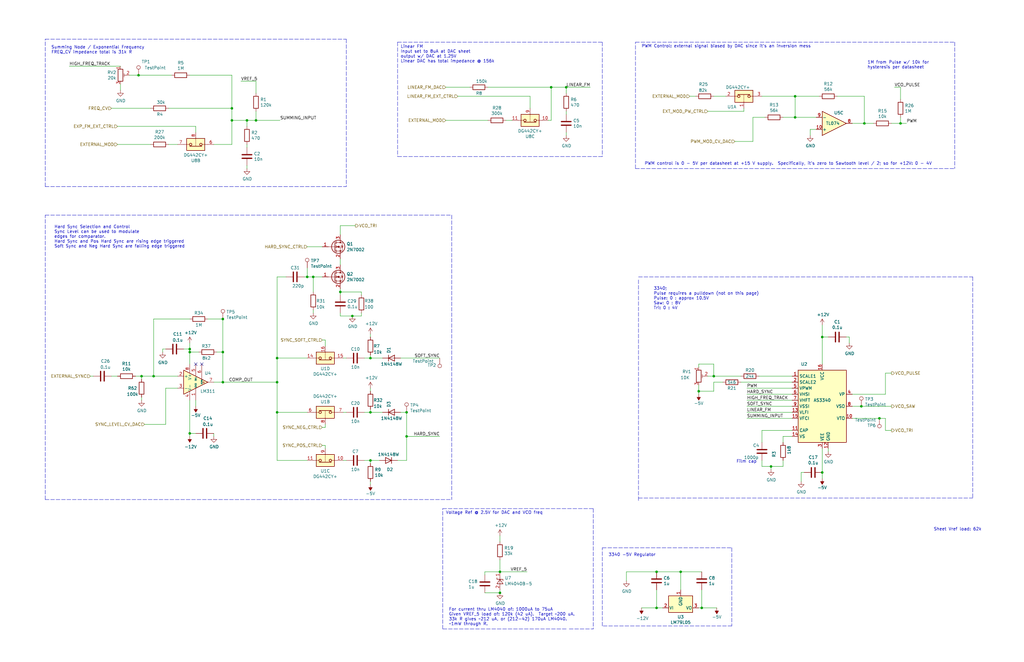
<source format=kicad_sch>
(kicad_sch (version 20230121) (generator eeschema)
  (paper "B")
  (title_block (title "Zoxnoxious 3340 Oscillator") (date "2024-07-15") (rev "0.8") (company "Zoxnoxious Engineering"))
  (lib_symbols
    (symbol "Amplifier_Operational:TL074" (pin_names (offset 0.127))
      (property "Reference" "U" (at 0 5.08 0))
      (property "Value" "TL074" (at 0 -5.08 0))
      (symbol "TL074_1_1"
        (pin output line (at 7.62 0 180) (length 2.54) (name "~") (number "1"))
        (pin input line (at -7.62 -2.54 0) (length 2.54) (name "-") (number "2"))
        (pin input line (at -7.62 2.54 0) (length 2.54) (name "+") (number "3"))
      )
      (symbol "TL074_2_1"
        (pin input line (at -7.62 2.54 0) (length 2.54) (name "+") (number "5"))
        (pin input line (at -7.62 -2.54 0) (length 2.54) (name "-") (number "6"))
        (pin output line (at 7.62 0 180) (length 2.54) (name "~") (number "7"))
      )
      (symbol "TL074_3_1"
        (pin input line (at -7.62 2.54 0) (length 2.54) (name "+") (number "10"))
        (pin output line (at 7.62 0 180) (length 2.54) (name "~") (number "8"))
        (pin input line (at -7.62 -2.54 0) (length 2.54) (name "-") (number "9"))
      )
      (symbol "TL074_4_1"
        (pin input line (at -7.62 2.54 0) (length 2.54) (name "+") (number "12"))
        (pin input line (at -7.62 -2.54 0) (length 2.54) (name "-") (number "13"))
        (pin output line (at 7.62 0 180) (length 2.54) (name "~") (number "14"))
      )
      (symbol "TL074_5_1"
        (pin power_in line (at -2.54 -7.62 90) (length 3.81) (name "V-") (number "11"))
        (pin power_in line (at -2.54 7.62 270) (length 3.81) (name "V+") (number "4"))
      )
    )
    (symbol "Analog_Switch:DG441xY" (pin_names (offset 0.254))
      (property "Reference" "U" (at -3.175 5.334 0))
      (property "Value" "DG441xY" (at -3.175 3.556 0))
      (symbol "DG441xY_1_1"
        (pin input line (at 0 -5.08 90) (length 2.54) (name "~") (number "1"))
        (pin passive line (at -7.62 0 0) (length 2.54) (name "~") (number "2"))
        (pin passive line (at 7.62 0 180) (length 2.54) (name "~") (number "3"))
      )
      (symbol "DG441xY_2_1"
        (pin passive line (at -7.62 0 0) (length 2.54) (name "~") (number "6"))
        (pin passive line (at 7.62 0 180) (length 2.54) (name "~") (number "7"))
        (pin input line (at 0 -5.08 90) (length 2.54) (name "~") (number "8"))
      )
      (symbol "DG441xY_3_1"
        (pin passive line (at -7.62 0 0) (length 2.54) (name "~") (number "10"))
        (pin passive line (at 7.62 0 180) (length 2.54) (name "~") (number "11"))
        (pin input line (at 0 -5.08 90) (length 2.54) (name "~") (number "9"))
      )
      (symbol "DG441xY_4_1"
        (pin passive line (at 7.62 0 180) (length 2.54) (name "~") (number "14"))
        (pin passive line (at -7.62 0 0) (length 2.54) (name "~") (number "15"))
        (pin input line (at 0 -5.08 90) (length 2.54) (name "~") (number "16"))
      )
      (symbol "DG441xY_5_0"
        (pin no_connect line (at 2.54 10.16 270) (length 2.54) hide (name "NC") (number "12"))
        (pin power_in line (at 0 12.7 270) (length 2.54) (name "V+") (number "13"))
        (pin power_in line (at 2.54 -12.7 90) (length 2.54) (name "V-") (number "4"))
        (pin power_in line (at 0 -12.7 90) (length 2.54) (name "GND") (number "5"))
      )
    )
    (symbol "Audio:AS3340"
      (property "Reference" "U" (at -5.08 17.78 0))
      (property "Value" "AS3340" (at 5.08 17.78 0))
      (symbol "AS3340_1_1"
        (pin input line (at -12.7 12.7 0) (length 2.54) (name "SCALE1") (number "1"))
        (pin output line (at 12.7 -5.08 180) (length 2.54) (name "VTO") (number "10"))
        (pin passive line (at -12.7 -10.16 0) (length 2.54) (name "CAP") (number "11"))
        (pin power_in line (at 2.54 -17.78 90) (length 2.54) (name "GND") (number "12"))
        (pin input line (at -12.7 -2.54 0) (length 2.54) (name "VLFI") (number "13"))
        (pin passive line (at -12.7 -12.7 0) (length 2.54) (name "VS") (number "14"))
        (pin input line (at -12.7 -5.08 0) (length 2.54) (name "VFCI") (number "15"))
        (pin power_in line (at 0 17.78 270) (length 2.54) (name "VCC") (number "16"))
        (pin input line (at -12.7 10.16 0) (length 2.54) (name "SCALE2") (number "2"))
        (pin power_in line (at 0 -17.78 90) (length 2.54) (name "VEE") (number "3"))
        (pin output line (at 12.7 5.08 180) (length 2.54) (name "VP") (number "4"))
        (pin input line (at -12.7 7.62 0) (length 2.54) (name "VPWM") (number "5"))
        (pin input line (at -12.7 5.08 0) (length 2.54) (name "VHSI") (number "6"))
        (pin input line (at -12.7 2.54 0) (length 2.54) (name "VHFT") (number "7"))
        (pin output line (at 12.7 0 180) (length 2.54) (name "VSO") (number "8"))
        (pin input line (at -12.7 0 0) (length 2.54) (name "VSSI") (number "9"))
      )
    )
    (symbol "Comparator:LM311" (pin_names (offset 0.127))
      (property "Reference" "U" (at 3.81 6.35 0))
      (property "Value" "LM311" (at 3.81 3.81 0))
      (symbol "LM311_1_1"
        (pin passive line (at 0 -7.62 90) (length 5.08) (name "GND") (number "1"))
        (pin input line (at -7.62 2.54 0) (length 2.54) (name "+") (number "2"))
        (pin input line (at -7.62 -2.54 0) (length 2.54) (name "-") (number "3"))
        (pin power_in line (at -2.54 -7.62 90) (length 3.81) (name "V-") (number "4"))
        (pin input line (at 0 7.62 270) (length 5.08) (name "BAL") (number "5"))
        (pin input line (at 2.54 7.62 270) (length 6.35) (name "STRB") (number "6"))
        (pin open_collector line (at 7.62 0 180) (length 2.54) (name "~") (number "7"))
        (pin power_in line (at -2.54 7.62 270) (length 3.81) (name "V+") (number "8"))
      )
    )
    (symbol "Connector:TestPoint" (pin_numbers hide) (pin_names (offset 0.762) hide)
      (property "Reference" "TP" (at 0 6.858 0))
      (property "Value" "TestPoint" (at 0 5.08 0))
      (symbol "TestPoint_1_1"
        (pin passive line (at 0 0 90) (length 2.54) (name "1") (number "1"))
      )
    )
    (symbol "Device:C" (pin_numbers hide) (pin_names (offset 0.254))
      (property "Reference" "C" (at 0.635 2.54 0))
      (property "Value" "C" (at 0.635 -2.54 0))
      (symbol "C_1_1"
        (pin passive line (at 0 3.81 270) (length 2.794) (name "~") (number "1"))
        (pin passive line (at 0 -3.81 90) (length 2.794) (name "~") (number "2"))
      )
    )
    (symbol "Device:R" (pin_numbers hide) (pin_names (offset 0))
      (property "Reference" "R" (at 2.032 0 90))
      (property "Value" "R" (at 0 0 90))
      (symbol "R_1_1"
        (pin passive line (at 0 3.81 270) (length 1.27) (name "~") (number "1"))
        (pin passive line (at 0 -3.81 90) (length 1.27) (name "~") (number "2"))
      )
    )
    (symbol "Diode:1N4148W" (pin_numbers hide) (pin_names hide)
      (property "Reference" "D" (at 0 2.54 0))
      (property "Value" "1N4148W" (at 0 -2.54 0))
      (symbol "1N4148W_1_1"
        (pin passive line (at -3.81 0 0) (length 2.54) (name "K") (number "1"))
        (pin passive line (at 3.81 0 180) (length 2.54) (name "A") (number "2"))
      )
    )
    (symbol "Reference_Voltage:LM4040DBZ-5" (pin_names (offset 0.0254) hide)
      (property "Reference" "U" (at 0 2.54 0))
      (property "Value" "LM4040DBZ-5" (at 0 -3.175 0))
      (symbol "LM4040DBZ-5_1_1"
        (pin passive line (at 3.81 0 180) (length 2.54) (name "K") (number "1"))
        (pin passive line (at -3.81 0 0) (length 2.54) (name "A") (number "2"))
      )
    )
    (symbol "Regulator_Linear:LM79L05_TO92" (pin_names (offset 0.254))
      (property "Reference" "U" (at -3.81 -3.175 0))
      (property "Value" "LM79L05_TO92" (at 0 -3.175 0))
      (symbol "LM79L05_TO92_1_1"
        (pin power_in line (at 0 7.62 270) (length 2.54) (name "GND") (number "1"))
        (pin power_in line (at -7.62 0 0) (length 2.54) (name "VI") (number "2"))
        (pin power_out line (at 7.62 0 180) (length 2.54) (name "VO") (number "3"))
      )
    )
    (symbol "Transistor_FET:2N7002" (pin_names hide)
      (property "Reference" "Q" (at 5.08 1.905 0))
      (property "Value" "2N7002" (at 5.08 0 0))
      (symbol "2N7002_1_1"
        (pin input line (at -5.08 0 0) (length 2.54) (name "G") (number "1"))
        (pin passive line (at 2.54 -5.08 90) (length 2.54) (name "S") (number "2"))
        (pin passive line (at 2.54 5.08 270) (length 2.54) (name "D") (number "3"))
      )
    )
    (symbol "power:+12V" (power) (pin_names (offset 0))
      (property "Value" "+12V" (at 0 3.556 0))
      (symbol "+12V_1_1"
        (pin power_in line (at 0 0 90) (length 0) hide (name "+12V") (number "1"))
      )
    )
    (symbol "power:-12V" (power) (pin_names (offset 0))
      (property "Value" "-12V" (at 0 3.81 0))
      (symbol "-12V_0_0"
        (pin power_in line (at 0 0 90) (length 0) hide (name "-12V") (number "1"))
      )
    )
    (symbol "power:-5V" (power) (pin_names (offset 0))
      (property "Value" "-5V" (at 0 3.81 0))
      (symbol "-5V_0_0"
        (pin power_in line (at 0 0 90) (length 0) hide (name "-5V") (number "1"))
      )
    )
    (symbol "power:GND" (power) (pin_names (offset 0))
      (property "Value" "GND" (at 0 -3.81 0))
      (symbol "GND_1_1"
        (pin power_in line (at 0 0 270) (length 0) hide (name "GND") (number "1"))
      )
    )
    (symbol "z3340:R_POT_TRIM-Device" (pin_names (offset 1.016) hide)
      (property "Reference" "RV" (at -4.445 0 90))
      (property "Value" "R_POT_TRIM-Device" (at -2.54 0 90))
      (symbol "R_POT_TRIM-Device_1_1"
        (pin passive line (at 0 3.81 270) (length 1.27) (name "1") (number "1"))
        (pin passive line (at 3.81 0 180) (length 1.27) (name "2") (number "2"))
        (pin passive line (at 0 -3.81 90) (length 1.27) (name "3") (number "3"))
      )
    )
  )
  (junction (at 80.01 182.88))
  (junction (at 287.02 241.3))
  (junction (at 379.73 52.07))
  (junction (at 107.95 50.8))
  (junction (at 80.01 148.59))
  (junction (at 129.54 116.84))
  (junction (at 346.71 199.39))
  (junction (at 276.86 241.3))
  (junction (at 156.21 173.99))
  (junction (at 335.28 40.64))
  (junction (at 232.41 36.83))
  (junction (at 143.51 123.19))
  (junction (at 238.76 36.83))
  (junction (at 93.98 148.59))
  (junction (at 93.98 161.29))
  (junction (at 93.98 134.62))
  (junction (at 148.59 133.35))
  (junction (at 370.84 176.53))
  (junction (at 335.28 49.53))
  (junction (at 97.79 45.72))
  (junction (at 294.64 165.1))
  (junction (at 171.45 173.99))
  (junction (at 300.99 158.75))
  (junction (at 364.49 52.07))
  (junction (at 171.45 184.15))
  (junction (at 59.69 158.75))
  (junction (at 346.71 142.24))
  (junction (at 97.79 50.8))
  (junction (at 58.42 31.75))
  (junction (at 210.82 250.19))
  (junction (at 64.77 158.75))
  (junction (at 104.14 50.8))
  (junction (at 295.91 256.54))
  (junction (at 210.82 241.3))
  (junction (at 116.84 151.13))
  (junction (at 156.21 194.31))
  (junction (at 116.84 173.99))
  (junction (at 276.86 256.54))
  (junction (at 116.84 161.29))
  (junction (at 156.21 151.13))
  (junction (at 363.22 171.45))
  (junction (at 325.12 196.85))
  (junction (at 132.08 116.84))
  (junction (at 80.01 147.32))
  (no_connect (at 85.09 153.67))
  (no_connect (at 82.55 153.67))
  (wire (pts (xy 156.21 204.47) (xy 156.21 203.2)))
  (wire (pts (xy 210.82 226.06) (xy 210.82 228.6)))
  (polyline (pts (xy 269.24 118.11) (xy 269.24 211.455)) (stroke (width 0) (type dash)))
  (wire (pts (xy 156.21 173.99) (xy 161.29 173.99)))
  (wire (pts (xy 143.51 95.25) (xy 149.86 95.25)))
  (wire (pts (xy 379.73 52.07) (xy 379.73 49.53)))
  (wire (pts (xy 204.47 242.57) (xy 204.47 241.3)))
  (polyline (pts (xy 410.21 116.84) (xy 410.21 210.185)) (stroke (width 0) (type dash)))
  (wire (pts (xy 294.64 256.54) (xy 295.91 256.54)))
  (wire (pts (xy 314.96 171.45) (xy 334.01 171.45)))
  (wire (pts (xy 120.65 116.84) (xy 116.84 116.84)))
  (wire (pts (xy 57.15 158.75) (xy 59.69 158.75)))
  (wire (pts (xy 330.2 184.15) (xy 330.2 186.69)))
  (wire (pts (xy 90.17 161.29) (xy 93.98 161.29)))
  (wire (pts (xy 171.45 173.99) (xy 171.45 184.15)))
  (wire (pts (xy 358.14 144.78) (xy 358.14 142.24)))
  (wire (pts (xy 46.99 158.75) (xy 49.53 158.75)))
  (wire (pts (xy 80.01 148.59) (xy 80.01 147.32)))
  (wire (pts (xy 50.8 35.56) (xy 50.8 38.1)))
  (wire (pts (xy 298.45 158.75) (xy 300.99 158.75)))
  (wire (pts (xy 213.36 50.8) (xy 215.9 50.8)))
  (polyline (pts (xy 267.97 17.78) (xy 402.59 17.78)) (stroke (width 0) (type dash)))
  (wire (pts (xy 330.2 49.53) (xy 335.28 49.53)))
  (wire (pts (xy 334.01 173.99) (xy 314.96 173.99)))
  (wire (pts (xy 300.99 40.64) (xy 306.07 40.64)))
  (polyline (pts (xy 19.05 78.74) (xy 19.05 16.51)) (stroke (width 0) (type dash)))
  (wire (pts (xy 295.91 241.3) (xy 287.02 241.3)))
  (wire (pts (xy 231.14 50.8) (xy 232.41 50.8)))
  (wire (pts (xy 223.52 40.64) (xy 223.52 45.72)))
  (wire (pts (xy 344.17 54.61) (xy 341.63 54.61)))
  (wire (pts (xy 294.64 153.67) (xy 300.99 153.67)))
  (wire (pts (xy 294.64 154.94) (xy 294.64 153.67)))
  (wire (pts (xy 80.01 148.59) (xy 80.01 153.67)))
  (wire (pts (xy 321.31 186.69) (xy 321.31 181.61)))
  (wire (pts (xy 153.67 151.13) (xy 156.21 151.13)))
  (wire (pts (xy 171.45 184.15) (xy 185.42 184.15)))
  (wire (pts (xy 80.01 168.91) (xy 80.01 182.88)))
  (polyline (pts (xy 254 264.16) (xy 254 231.14)) (stroke (width 0) (type dash)))
  (wire (pts (xy 68.58 147.32) (xy 69.85 147.32)))
  (wire (pts (xy 116.84 116.84) (xy 116.84 151.13)))
  (wire (pts (xy 375.92 52.07) (xy 379.73 52.07)))
  (wire (pts (xy 116.84 151.13) (xy 116.84 161.29)))
  (wire (pts (xy 314.96 168.91) (xy 334.01 168.91)))
  (wire (pts (xy 314.96 166.37) (xy 334.01 166.37)))
  (wire (pts (xy 270.51 256.54) (xy 276.86 256.54)))
  (wire (pts (xy 97.79 31.75) (xy 97.79 45.72)))
  (wire (pts (xy 132.08 123.19) (xy 132.08 116.84)))
  (polyline (pts (xy 190.5 90.805) (xy 190.5 210.82)) (stroke (width 0) (type dash)))
  (polyline (pts (xy 308.61 231.14) (xy 308.61 264.16)) (stroke (width 0) (type dash)))
  (wire (pts (xy 373.38 157.48) (xy 373.38 166.37)))
  (wire (pts (xy 71.12 45.72) (xy 97.79 45.72)))
  (wire (pts (xy 156.21 142.24) (xy 156.21 140.97)))
  (wire (pts (xy 156.21 165.1) (xy 156.21 163.83)))
  (polyline (pts (xy 167.64 17.78) (xy 254 17.78)) (stroke (width 0) (type dash)))
  (polyline (pts (xy 267.97 71.12) (xy 402.59 71.12)) (stroke (width 0) (type dash)))
  (wire (pts (xy 156.21 194.31) (xy 160.02 194.31)))
  (wire (pts (xy 210.82 236.22) (xy 210.82 241.3)))
  (wire (pts (xy 69.85 163.83) (xy 74.93 163.83)))
  (wire (pts (xy 210.82 248.92) (xy 210.82 250.19)))
  (wire (pts (xy 341.63 54.61) (xy 341.63 57.15)))
  (wire (pts (xy 321.31 40.64) (xy 335.28 40.64)))
  (wire (pts (xy 379.73 36.83) (xy 377.19 36.83)))
  (wire (pts (xy 238.76 36.83) (xy 248.92 36.83)))
  (wire (pts (xy 238.76 48.26) (xy 238.76 46.99)))
  (wire (pts (xy 321.31 181.61) (xy 334.01 181.61)))
  (wire (pts (xy 373.38 157.48) (xy 375.92 157.48)))
  (wire (pts (xy 116.84 173.99) (xy 116.84 194.31)))
  (polyline (pts (xy 267.97 71.12) (xy 267.97 17.78)) (stroke (width 0) (type dash)))
  (wire (pts (xy 58.42 31.75) (xy 72.39 31.75)))
  (wire (pts (xy 59.69 158.75) (xy 59.69 160.02)))
  (wire (pts (xy 64.77 134.62) (xy 80.01 134.62)))
  (wire (pts (xy 91.44 148.59) (xy 93.98 148.59)))
  (polyline (pts (xy 254 231.14) (xy 308.61 231.14)) (stroke (width 0) (type dash)))
  (wire (pts (xy 187.96 50.8) (xy 205.74 50.8)))
  (wire (pts (xy 137.16 189.23) (xy 137.16 187.96)))
  (wire (pts (xy 294.64 162.56) (xy 294.64 165.1)))
  (wire (pts (xy 379.73 52.07) (xy 382.27 52.07)))
  (wire (pts (xy 59.69 167.64) (xy 59.69 168.91)))
  (wire (pts (xy 238.76 36.83) (xy 238.76 39.37)))
  (polyline (pts (xy 19.05 210.82) (xy 19.05 90.805)) (stroke (width 0) (type dash)))
  (wire (pts (xy 152.4 124.46) (xy 152.4 123.19)))
  (wire (pts (xy 168.91 173.99) (xy 171.45 173.99)))
  (wire (pts (xy 143.51 95.25) (xy 143.51 99.06)))
  (wire (pts (xy 128.27 116.84) (xy 129.54 116.84)))
  (polyline (pts (xy 240.03 265.43) (xy 250.19 265.43)) (stroke (width 0) (type dash)))
  (wire (pts (xy 334.01 163.83) (xy 314.96 163.83)))
  (wire (pts (xy 205.74 36.83) (xy 232.41 36.83)))
  (wire (pts (xy 300.99 158.75) (xy 312.42 158.75)))
  (wire (pts (xy 64.77 134.62) (xy 64.77 158.75)))
  (polyline (pts (xy 254 17.78) (xy 254 66.04)) (stroke (width 0) (type dash)))
  (wire (pts (xy 330.2 194.31) (xy 330.2 196.85)))
  (wire (pts (xy 373.38 176.53) (xy 370.84 176.53)))
  (wire (pts (xy 137.16 143.51) (xy 135.89 143.51)))
  (wire (pts (xy 148.59 133.35) (xy 143.51 133.35)))
  (wire (pts (xy 168.91 151.13) (xy 185.42 151.13)))
  (wire (pts (xy 232.41 36.83) (xy 232.41 50.8)))
  (polyline (pts (xy 250.19 214.63) (xy 250.19 265.43)) (stroke (width 0) (type dash)))
  (wire (pts (xy 153.67 194.31) (xy 156.21 194.31)))
  (wire (pts (xy 156.21 195.58) (xy 156.21 194.31)))
  (wire (pts (xy 346.71 137.16) (xy 346.71 142.24)))
  (wire (pts (xy 59.69 158.75) (xy 64.77 158.75)))
  (wire (pts (xy 204.47 241.3) (xy 210.82 241.3)))
  (wire (pts (xy 146.05 151.13) (xy 144.78 151.13)))
  (polyline (pts (xy 146.05 16.51) (xy 146.05 78.74)) (stroke (width 0) (type dash)))
  (wire (pts (xy 152.4 133.35) (xy 148.59 133.35)))
  (wire (pts (xy 232.41 36.83) (xy 238.76 36.83)))
  (wire (pts (xy 80.01 31.75) (xy 97.79 31.75)))
  (wire (pts (xy 107.95 46.99) (xy 107.95 50.8)))
  (wire (pts (xy 337.82 199.39) (xy 339.09 199.39)))
  (wire (pts (xy 346.71 201.93) (xy 346.71 199.39)))
  (wire (pts (xy 156.21 149.86) (xy 156.21 151.13)))
  (wire (pts (xy 223.52 40.64) (xy 193.04 40.64)))
  (wire (pts (xy 132.08 130.81) (xy 132.08 132.08)))
  (wire (pts (xy 330.2 196.85) (xy 325.12 196.85)))
  (wire (pts (xy 264.16 241.3) (xy 264.16 245.11)))
  (wire (pts (xy 349.25 142.24) (xy 346.71 142.24)))
  (wire (pts (xy 38.1 158.75) (xy 39.37 158.75)))
  (wire (pts (xy 146.05 194.31) (xy 144.78 194.31)))
  (wire (pts (xy 46.99 45.72) (xy 63.5 45.72)))
  (wire (pts (xy 345.44 40.64) (xy 335.28 40.64)))
  (polyline (pts (xy 238.76 265.43) (xy 186.69 265.43)) (stroke (width 0) (type dash)))
  (wire (pts (xy 276.86 248.92) (xy 276.86 256.54)))
  (wire (pts (xy 238.76 55.88) (xy 238.76 57.15)))
  (wire (pts (xy 353.06 40.64) (xy 364.49 40.64)))
  (wire (pts (xy 104.14 53.34) (xy 104.14 50.8)))
  (wire (pts (xy 64.77 158.75) (xy 74.93 158.75)))
  (wire (pts (xy 104.14 69.85) (xy 104.14 71.12)))
  (polyline (pts (xy 186.69 265.43) (xy 186.69 214.63)) (stroke (width 0) (type dash)))
  (wire (pts (xy 143.51 121.92) (xy 143.51 123.19)))
  (wire (pts (xy 93.98 134.62) (xy 93.98 148.59)))
  (wire (pts (xy 298.45 46.99) (xy 313.69 46.99)))
  (wire (pts (xy 359.41 171.45) (xy 363.22 171.45)))
  (wire (pts (xy 60.96 179.07) (xy 69.85 179.07)))
  (wire (pts (xy 80.01 148.59) (xy 83.82 148.59)))
  (wire (pts (xy 330.2 184.15) (xy 334.01 184.15)))
  (polyline (pts (xy 254 66.04) (xy 167.64 66.04)) (stroke (width 0) (type dash)))
  (wire (pts (xy 370.84 176.53) (xy 359.41 176.53)))
  (wire (pts (xy 137.16 146.05) (xy 137.16 143.51)))
  (wire (pts (xy 204.47 250.19) (xy 210.82 250.19)))
  (wire (pts (xy 101.6 34.29) (xy 107.95 34.29)))
  (wire (pts (xy 80.01 182.88) (xy 80.01 184.15)))
  (wire (pts (xy 290.83 40.64) (xy 293.37 40.64)))
  (wire (pts (xy 295.91 256.54) (xy 302.26 256.54)))
  (wire (pts (xy 156.21 151.13) (xy 161.29 151.13)))
  (wire (pts (xy 68.58 148.59) (xy 68.58 147.32)))
  (wire (pts (xy 82.55 168.91) (xy 82.55 171.45)))
  (wire (pts (xy 93.98 148.59) (xy 93.98 161.29)))
  (polyline (pts (xy 19.05 16.51) (xy 146.05 16.51)) (stroke (width 0) (type dash)))
  (wire (pts (xy 334.01 176.53) (xy 314.96 176.53)))
  (wire (pts (xy 295.91 248.92) (xy 295.91 256.54)))
  (wire (pts (xy 143.51 109.22) (xy 143.51 111.76)))
  (wire (pts (xy 287.02 241.3) (xy 276.86 241.3)))
  (wire (pts (xy 364.49 52.07) (xy 368.3 52.07)))
  (wire (pts (xy 97.79 50.8) (xy 104.14 50.8)))
  (wire (pts (xy 152.4 132.08) (xy 152.4 133.35)))
  (wire (pts (xy 143.51 133.35) (xy 143.51 132.08)))
  (wire (pts (xy 317.5 59.69) (xy 317.5 49.53)))
  (wire (pts (xy 356.87 142.24) (xy 358.14 142.24)))
  (wire (pts (xy 137.16 180.34) (xy 135.89 180.34)))
  (wire (pts (xy 300.99 153.67) (xy 300.99 158.75)))
  (wire (pts (xy 300.99 161.29) (xy 300.99 165.1)))
  (wire (pts (xy 104.14 50.8) (xy 107.95 50.8)))
  (polyline (pts (xy 269.24 210.185) (xy 410.21 210.185)) (stroke (width 0) (type dash)))
  (wire (pts (xy 317.5 49.53) (xy 322.58 49.53)))
  (wire (pts (xy 29.21 27.94) (xy 50.8 27.94)))
  (wire (pts (xy 276.86 241.3) (xy 264.16 241.3)))
  (wire (pts (xy 82.55 53.34) (xy 82.55 55.88)))
  (polyline (pts (xy 167.64 17.78) (xy 167.64 66.04)) (stroke (width 0) (type dash)))
  (wire (pts (xy 80.01 182.88) (xy 82.55 182.88)))
  (wire (pts (xy 294.64 165.1) (xy 300.99 165.1)))
  (wire (pts (xy 129.54 104.14) (xy 135.89 104.14)))
  (wire (pts (xy 153.67 173.99) (xy 156.21 173.99)))
  (wire (pts (xy 49.53 53.34) (xy 82.55 53.34)))
  (wire (pts (xy 335.28 49.53) (xy 344.17 49.53)))
  (wire (pts (xy 321.31 194.31) (xy 321.31 196.85)))
  (wire (pts (xy 74.93 60.96) (xy 71.12 60.96)))
  (wire (pts (xy 137.16 187.96) (xy 135.89 187.96)))
  (wire (pts (xy 97.79 45.72) (xy 97.79 50.8)))
  (wire (pts (xy 129.54 116.84) (xy 132.08 116.84)))
  (wire (pts (xy 335.28 49.53) (xy 335.28 40.64)))
  (polyline (pts (xy 19.05 90.805) (xy 190.5 90.805)) (stroke (width 0) (type dash)))
  (wire (pts (xy 337.82 203.2) (xy 337.82 199.39)))
  (wire (pts (xy 276.86 256.54) (xy 279.4 256.54)))
  (wire (pts (xy 143.51 123.19) (xy 143.51 124.46)))
  (wire (pts (xy 373.38 181.61) (xy 373.38 176.53)))
  (polyline (pts (xy 186.69 214.63) (xy 250.19 214.63)) (stroke (width 0) (type dash)))
  (wire (pts (xy 129.54 113.03) (xy 129.54 116.84)))
  (wire (pts (xy 294.64 165.1) (xy 294.64 166.37)))
  (wire (pts (xy 313.69 46.99) (xy 313.69 45.72)))
  (wire (pts (xy 137.16 179.07) (xy 137.16 180.34)))
  (wire (pts (xy 116.84 173.99) (xy 129.54 173.99)))
  (wire (pts (xy 167.64 194.31) (xy 171.45 194.31)))
  (wire (pts (xy 346.71 189.23) (xy 346.71 199.39)))
  (wire (pts (xy 132.08 116.84) (xy 135.89 116.84)))
  (wire (pts (xy 373.38 181.61) (xy 375.92 181.61)))
  (polyline (pts (xy 269.24 116.84) (xy 410.21 116.84)) (stroke (width 0) (type dash)))
  (wire (pts (xy 320.04 158.75) (xy 334.01 158.75)))
  (wire (pts (xy 104.14 60.96) (xy 104.14 62.23)))
  (wire (pts (xy 287.02 248.92) (xy 287.02 241.3)))
  (wire (pts (xy 364.49 40.64) (xy 364.49 52.07)))
  (wire (pts (xy 309.88 59.69) (xy 317.5 59.69)))
  (wire (pts (xy 116.84 161.29) (xy 116.84 173.99)))
  (wire (pts (xy 349.25 189.23) (xy 349.25 190.5)))
  (wire (pts (xy 187.96 36.83) (xy 198.12 36.83)))
  (wire (pts (xy 116.84 194.31) (xy 129.54 194.31)))
  (wire (pts (xy 171.45 184.15) (xy 171.45 194.31)))
  (polyline (pts (xy 402.59 17.78) (xy 402.59 71.12)) (stroke (width 0) (type dash)))
  (wire (pts (xy 87.63 134.62) (xy 93.98 134.62)))
  (wire (pts (xy 312.42 161.29) (xy 334.01 161.29)))
  (wire (pts (xy 93.98 161.29) (xy 116.84 161.29)))
  (wire (pts (xy 346.71 142.24) (xy 346.71 153.67)))
  (wire (pts (xy 304.8 161.29) (xy 300.99 161.29)))
  (polyline (pts (xy 308.61 264.16) (xy 254 264.16)) (stroke (width 0) (type dash)))
  (polyline (pts (xy 19.05 210.82) (xy 190.5 210.82)) (stroke (width 0) (type dash)))
  (wire (pts (xy 325.12 196.85) (xy 325.12 198.12)))
  (wire (pts (xy 107.95 34.29) (xy 107.95 39.37)))
  (wire (pts (xy 373.38 166.37) (xy 359.41 166.37)))
  (wire (pts (xy 97.79 50.8) (xy 97.79 60.96)))
  (wire (pts (xy 107.95 50.8) (xy 118.11 50.8)))
  (polyline (pts (xy 19.05 78.74) (xy 146.05 78.74)) (stroke (width 0) (type dash)))
  (wire (pts (xy 379.73 41.91) (xy 379.73 36.83)))
  (wire (pts (xy 210.82 241.3) (xy 222.25 241.3)))
  (wire (pts (xy 116.84 151.13) (xy 129.54 151.13)))
  (wire (pts (xy 146.05 173.99) (xy 144.78 173.99)))
  (wire (pts (xy 364.49 52.07) (xy 359.41 52.07)))
  (wire (pts (xy 363.22 171.45) (xy 375.92 171.45)))
  (wire (pts (xy 63.5 60.96) (xy 49.53 60.96)))
  (wire (pts (xy 90.17 184.15) (xy 90.17 182.88)))
  (wire (pts (xy 152.4 123.19) (xy 143.51 123.19)))
  (wire (pts (xy 69.85 179.07) (xy 69.85 163.83)))
  (wire (pts (xy 156.21 172.72) (xy 156.21 173.99)))
  (wire (pts (xy 77.47 147.32) (xy 80.01 147.32)))
  (wire (pts (xy 54.61 31.75) (xy 58.42 31.75)))
  (wire (pts (xy 80.01 144.78) (xy 80.01 147.32)))
  (wire (pts (xy 321.31 196.85) (xy 325.12 196.85)))
  (wire (pts (xy 90.17 60.96) (xy 97.79 60.96)))
  (text "1M from Pulse w/ 10k for\nhysteresis per datasheet" (at 365.76 29.21 0) (effects (font (size 1.27 1.27)) (justify left bottom)))
  (text "Hard Sync Selection and Control\nSync Level can be used to modulate\nedges for comparator.\nHard Sync and Pos Hard Sync are rising edge triggered\nSoft Sync and Neg Hard Sync are falling edge triggered\n" (at 22.86 104.775 0) (effects (font (size 1.27 1.27)) (justify left bottom)))
  (text "3340;\nPulse requires a pulldown (not on this page)\nPulse: 0 : approx 10.5V\nSaw: 0 : 8V\nTri: 0 : 4V\n" (at 275.59 130.81 0) (effects (font (size 1.27 1.27)) (justify left bottom)))
  (text "For current thru LM4040 of: 1000uA to 75uA\nGiven VREF_5 load of: 120k (42 uA).  Target ~200 uA.\n33k R gives ~212 uA, or (212-42) 170uA LM4040.\n~1mW through R.\n" (at 189.23 264.16 0) (effects (font (size 1.27 1.27)) (justify left bottom)))
  (text "PWM Control: external signal biased by DAC since it’s an inversion mess" (at 270.51 20.32 0) (effects (font (size 1.27 1.27)) (justify left bottom)))
  (text "3340 -5V Regulator" (at 256.54 234.95 0) (effects (font (size 1.27 1.27)) (justify left bottom)))
  (text "Film cap" (at 310.515 195.58 0) (effects (font (size 1.27 1.27)) (justify left bottom)))
  (text "Linear FM\nInput set to 8uA at DAC sheet\noutput w/ DAC at 1.25V\nLinear DAC has total impedance @ 156k" (at 168.91 26.67 0) (effects (font (size 1.27 1.27)) (justify left bottom)))
  (text "PWM control is 0 - 5V per datasheet at +15 V supply.  Specifically, it’s zero to Sawtooth level / 2; so for +12V: 0 - 4V" (at 271.78 69.85 0) (effects (font (size 1.27 1.27)) (justify left bottom)))
  (text "Sheet Vref load: 62k" (at 393.7 224.155 0) (effects (font (size 1.27 1.27)) (justify left bottom)))
  (text "Voltage Ref @ 2.5V for DAC and VCO freq" (at 187.96 217.17 0) (effects (font (size 1.27 1.27)) (justify left bottom)))
  (text "Summing Node / Exponential Frequency\nFREQ_CV impedance total is 31k R" (at 21.59 22.86 0) (effects (font (size 1.27 1.27)) (justify left bottom)))
  (label "SOFT_SYNC" (at 314.96 171.45 0))
  (label "HIGH_FREQ_TRACK" (at 29.21 27.94 0))
  (label "HARD_SYNC" (at 185.42 184.15 180))
  (label "LINEAR_FM" (at 314.96 173.99 0))
  (label "SOFT_SYNC" (at 185.42 151.13 180))
  (label "SUMMING_INPUT" (at 314.96 176.53 0))
  (label "PWM" (at 314.96 163.83 0))
  (label "LINEAR_FM" (at 248.92 36.83 180))
  (label "COMP_OUT" (at 96.52 161.29 0))
  (label "HIGH_FREQ_TRACK" (at 314.96 168.91 0))
  (label "SUMMING_INPUT" (at 118.11 50.8 0))
  (label "HARD_SYNC" (at 314.96 166.37 0))
  (label "VREF_5" (at 222.25 241.3 180))
  (label "VREF_5" (at 101.6 34.29 0))
  (label "PWM" (at 382.27 52.07 0))
  (label "VCO_PULSE" (at 377.19 36.83 0))
  (hierarchical_label "EXTERNAL_SYNC" (shape input) (at 38.1 158.75 180))
  (hierarchical_label "HARD_SYNC_CTRL" (shape input) (at 129.54 104.14 180))
  (hierarchical_label "VCO_PULSE" (shape output) (at 375.92 157.48 0))
  (hierarchical_label "PWM_MOD_CV_DAC" (shape input) (at 309.88 59.69 180))
  (hierarchical_label "EXP_FM_EXT_CTRL" (shape input) (at 49.53 53.34 180))
  (hierarchical_label "EXT_MOD_PW_CTRL" (shape input) (at 298.45 46.99 180))
  (hierarchical_label "FREQ_CV" (shape input) (at 46.99 45.72 180))
  (hierarchical_label "LINEAR_FM_EXT_CTRL" (shape input) (at 193.04 40.64 180))
  (hierarchical_label "EXTERNAL_MOD" (shape input) (at 290.83 40.64 180))
  (hierarchical_label "SYNC_LEVEL_CV_DAC" (shape input) (at 60.96 179.07 180))
  (hierarchical_label "VCO_TRI" (shape output) (at 375.92 181.61 0))
  (hierarchical_label "VCO_TRI" (shape output) (at 149.86 95.25 0))
  (hierarchical_label "VCO_SAW" (shape output) (at 375.92 171.45 0))
  (hierarchical_label "SYNC_SOFT_CTRL" (shape input) (at 135.89 143.51 180))
  (hierarchical_label "SYNC_NEG_CTRL" (shape input) (at 135.89 180.34 180))
  (hierarchical_label "SYNC_POS_CTRL" (shape input) (at 135.89 187.96 180))
  (hierarchical_label "EXTERNAL_MOD" (shape input) (at 49.53 60.96 180))
  (hierarchical_label "LINEAR_FM_DAC" (shape input) (at 187.96 36.83 180))
  (hierarchical_label "EXTERNAL_MOD" (shape input) (at 187.96 50.8 180))
  (symbol (lib_id "Audio:AS3340") (at 346.71 171.45 0) (unit 1)
    (property "Reference" "U2" (at 339.09 153.67 0))
    (property "Value" "AS3340" (at 346.71 168.91 0))
    (property "Footprint" "Package_SO:SOIC-16_3.9x9.9mm_P1.27mm" (effects hide))
    (property "Datasheet" "http://www.alfarzpp.lv/eng/sc/AS3340.pdf" (effects hide))
  )
  (symbol (lib_id "power:+12V") (at 346.71 137.16 0) (unit 1)
    (property "Reference" "#PWR050" (effects hide))
    (property "Value" "+12V" (at 347.091 132.7658 0))
  )
  (symbol (lib_id "power:-5V") (at 346.71 201.93 0) (mirror x) (unit 1)
    (property "Reference" "#PWR051" (effects hide))
    (property "Value" "-5V" (at 346.71 205.74 0))
  )
  (symbol (lib_id "Device:R") (at 316.23 158.75 270) (unit 1)
    (property "Reference" "R20" (at 316.23 156.21 90))
    (property "Value" "24k" (at 316.23 158.75 90))
    (property "Footprint" "Resistor_SMD:R_0603_1608Metric" (effects hide))
    (property "LCSC Part" "C23352" (effects hide))
  )
  (symbol (lib_id "Device:R") (at 308.61 161.29 270) (unit 1)
    (property "Reference" "R21" (at 308.61 163.83 90))
    (property "Value" "5k6" (at 308.61 161.29 90))
    (property "Footprint" "Resistor_SMD:R_0603_1608Metric" (effects hide))
    (property "LCSC Part" "C23189" (effects hide))
  )
  (symbol (lib_id "power:GND") (at 341.63 57.15 0) (unit 1)
    (property "Reference" "#PWR040" (effects hide))
    (property "Value" "GND" (at 341.757 61.5442 0))
  )
  (symbol (lib_id "power:GND") (at 349.25 190.5 0) (unit 1)
    (property "Reference" "#PWR052" (effects hide))
    (property "Value" "GND" (at 349.377 194.8942 0))
  )
  (symbol (lib_id "power:GND") (at 325.12 198.12 0) (unit 1)
    (property "Reference" "#PWR049" (effects hide))
    (property "Value" "GND" (at 325.247 202.5142 0))
  )
  (symbol (lib_id "power:GND") (at 358.14 144.78 0) (unit 1)
    (property "Reference" "#PWR053" (effects hide))
    (property "Value" "GND" (at 358.267 149.1742 0))
  )
  (symbol (lib_id "power:GND") (at 50.8 38.1 0) (unit 1)
    (property "Reference" "#PWR054" (effects hide))
    (property "Value" "GND" (at 50.927 42.4942 0))
  )
  (symbol (lib_id "power:GND") (at 104.14 71.12 0) (unit 1)
    (property "Reference" "#PWR058" (effects hide))
    (property "Value" "GND" (at 104.267 75.5142 0))
  )
  (symbol (lib_id "power:GND") (at 238.76 57.15 0) (unit 1)
    (property "Reference" "#PWR046" (effects hide))
    (property "Value" "GND" (at 238.887 61.5442 0))
  )
  (symbol (lib_id "Device:C") (at 149.86 194.31 270) (unit 1)
    (property "Reference" "C7" (at 149.86 190.5 90))
    (property "Value" "10n" (at 149.86 198.12 90))
    (property "Footprint" "Capacitor_SMD:C_0603_1608Metric" (effects hide))
    (property "LCSC Part" "C57112" (effects hide))
  )
  (symbol (lib_id "z3340:R_POT_TRIM-Device") (at 294.64 158.75 0) (unit 1)
    (property "Reference" "RV1" (at 291.465 156.845 0) (effects (justify right)))
    (property "Value" "10K" (at 290.83 159.385 0) (effects (justify right)))
    (property "Footprint" "Potentiometer_THT:Potentiometer_Bourns_3296W_Vertical" (effects hide))
    (property "Digikey" "490-2875-ND" (effects hide))
  )
  (symbol (lib_id "power:-5V") (at 294.64 166.37 180) (unit 1)
    (property "Reference" "#PWR047" (effects hide))
    (property "Value" "-5V" (at 294.64 170.18 0))
  )
  (symbol (lib_id "Device:R") (at 87.63 148.59 270) (unit 1)
    (property "Reference" "R37" (at 88.9 146.05 90) (effects (justify right)))
    (property "Value" "8k2" (at 88.9 151.13 90) (effects (justify right)))
    (property "Footprint" "Resistor_SMD:R_0805_2012Metric" (effects hide))
    (property "LCSC Part" "C17828" (effects hide))
  )
  (symbol (lib_id "Device:R") (at 83.82 134.62 270) (unit 1)
    (property "Reference" "R34" (at 83.82 132.08 90))
    (property "Value" "1M" (at 83.82 137.16 90))
    (property "Footprint" "Resistor_SMD:R_0603_1608Metric" (effects hide))
    (property "LCSC Part" "C22935" (effects hide))
  )
  (symbol (lib_id "Device:R") (at 297.18 40.64 270) (unit 1)
    (property "Reference" "R25" (at 294.64 35.56 90) (effects (justify left)))
    (property "Value" "82k" (at 294.64 38.1 90) (effects (justify left)))
    (property "Footprint" "Resistor_SMD:R_0603_1608Metric" (effects hide))
    (property "LCSC Part" "C23254" (effects hide))
  )
  (symbol (lib_id "Device:R") (at 326.39 49.53 270) (unit 1)
    (property "Reference" "R13" (at 326.39 44.2722 90))
    (property "Value" "56k" (at 326.39 46.5836 90))
    (property "Footprint" "Resistor_SMD:R_0603_1608Metric" (effects hide))
    (property "LCSC Part" "C23206" (effects hide))
  )
  (symbol (lib_id "Device:R") (at 349.25 40.64 270) (unit 1)
    (property "Reference" "R12" (at 349.25 35.3822 90))
    (property "Value" "56k" (at 349.25 37.6936 90))
    (property "Footprint" "Resistor_SMD:R_0603_1608Metric" (effects hide))
    (property "LCSC Part" "C23206" (effects hide))
  )
  (symbol (lib_id "z3340:R_POT_TRIM-Device") (at 50.8 31.75 0) (unit 1)
    (property "Reference" "RV2" (at 49.022 30.5816 0) (effects (justify right)))
    (property "Value" "20k" (at 49.022 32.893 0) (effects (justify right)))
    (property "Footprint" "Potentiometer_THT:Potentiometer_Bourns_3296W_Vertical" (effects hide))
    (property "Digikey" "490-2881-ND" (effects hide))
  )
  (symbol (lib_id "Device:R") (at 76.2 31.75 270) (unit 1)
    (property "Reference" "R5" (at 76.2 26.4922 90))
    (property "Value" "1M" (at 76.2 28.8036 90))
    (property "Footprint" "Resistor_SMD:R_0603_1608Metric" (effects hide))
    (property "LCSC Part" "C22935" (effects hide))
  )
  (symbol (lib_id "Device:R") (at 104.14 57.15 0) (unit 1)
    (property "Reference" "R2" (at 105.918 55.9816 0) (effects (justify left)))
    (property "Value" "470" (at 105.918 58.293 0) (effects (justify left)))
    (property "Footprint" "Resistor_SMD:R_0603_1608Metric" (effects hide))
    (property "LCSC Part" "C23179" (effects hide))
  )
  (symbol (lib_id "Device:C") (at 104.14 66.04 0) (unit 1)
    (property "Reference" "C2" (at 107.061 64.8716 0) (effects (justify left)))
    (property "Value" "10n" (at 107.061 67.183 0) (effects (justify left)))
    (property "Footprint" "Capacitor_SMD:C_0603_1608Metric" (effects hide))
    (property "LCSC Part" "C57112" (effects hide))
  )
  (symbol (lib_id "Device:R") (at 67.31 60.96 270) (unit 1)
    (property "Reference" "R27" (at 67.31 55.7022 90))
    (property "Value" "200k" (at 67.31 58.0136 90))
    (property "Footprint" "Resistor_SMD:R_0603_1608Metric" (effects hide))
    (property "LCSC Part" "C25811" (effects hide))
  )
  (symbol (lib_id "Device:R") (at 238.76 43.18 0) (unit 1)
    (property "Reference" "R6" (at 240.538 42.0116 0) (effects (justify left)))
    (property "Value" "470" (at 240.538 44.323 0) (effects (justify left)))
    (property "Footprint" "Resistor_SMD:R_0603_1608Metric" (effects hide))
    (property "LCSC Part" "C23179" (effects hide))
  )
  (symbol (lib_id "Device:C") (at 238.76 52.07 0) (unit 1)
    (property "Reference" "C5" (at 241.681 50.9016 0) (effects (justify left)))
    (property "Value" "10n" (at 241.681 53.213 0) (effects (justify left)))
    (property "Footprint" "Capacitor_SMD:C_0603_1608Metric" (effects hide))
    (property "LCSC Part" "C57112" (effects hide))
  )
  (symbol (lib_id "Device:C") (at 321.31 190.5 0) (unit 1)
    (property "Reference" "C4" (at 317.5 187.96 0) (effects (justify left)))
    (property "Value" "1000p" (at 313.69 193.04 0) (effects (justify left)))
    (property "Footprint" "Capacitor_THT:Nichicon QYX2A102KTP" (effects hide))
    (property "Digikey" "QYX2A102KTP" (effects hide))
  )
  (symbol (lib_id "Device:R") (at 330.2 190.5 0) (unit 1)
    (property "Reference" "R3" (at 326.39 193.04 90) (effects (justify left)))
    (property "Value" "1k8" (at 332.74 191.77 90) (effects (justify left)))
    (property "Footprint" "Resistor_SMD:R_0603_1608Metric" (effects hide))
    (property "LCSC Part" "C4177" (effects hide))
  )
  (symbol (lib_id "Device:R") (at 372.11 52.07 270) (unit 1)
    (property "Reference" "R15" (at 372.11 46.8122 90))
    (property "Value" "10k" (at 372.11 49.1236 90))
    (property "Footprint" "Resistor_SMD:R_0603_1608Metric" (effects hide))
    (property "LCSC Part" "C25804" (effects hide))
  )
  (symbol (lib_id "Device:C") (at 353.06 142.24 270) (unit 1)
    (property "Reference" "C1" (at 353.06 135.8392 90))
    (property "Value" "0.1u" (at 353.06 138.1506 90))
    (property "Footprint" "Capacitor_SMD:C_0603_1608Metric" (effects hide))
    (property "LCSC Part" "C14663" (effects hide))
  )
  (symbol (lib_id "Device:R") (at 379.73 45.72 180) (unit 1)
    (property "Reference" "R26" (at 381.508 44.5516 0) (effects (justify right)))
    (property "Value" "1M" (at 381.508 46.863 0) (effects (justify right)))
    (property "Footprint" "Resistor_SMD:R_0603_1608Metric" (effects hide))
    (property "LCSC Part" "C22935" (effects hide))
  )
  (symbol (lib_id "Device:C") (at 295.91 245.11 0) (unit 1)
    (property "Reference" "C8" (at 298.831 243.9416 0) (effects (justify left)))
    (property "Value" "1u" (at 298.831 246.253 0) (effects (justify left)))
    (property "Footprint" "Capacitor_SMD:C_1206_3216Metric" (effects hide))
    (property "LCSC Part" "C1848" (effects hide))
  )
  (symbol (lib_id "Device:C") (at 276.86 245.11 0) (unit 1)
    (property "Reference" "C6" (at 279.781 243.9416 0) (effects (justify left)))
    (property "Value" "1u" (at 279.781 246.253 0) (effects (justify left)))
    (property "Footprint" "Capacitor_SMD:C_1206_3216Metric" (effects hide))
    (property "LCSC Part" "C1848" (effects hide))
  )
  (symbol (lib_id "power:-5V") (at 302.26 256.54 0) (mirror x) (unit 1)
    (property "Reference" "#PWR039" (effects hide))
    (property "Value" "-5V" (at 302.26 260.35 0))
  )
  (symbol (lib_id "power:-12V") (at 270.51 256.54 0) (mirror x) (unit 1)
    (property "Reference" "#PWR036" (effects hide))
    (property "Value" "-12V" (at 270.891 260.9342 0))
  )
  (symbol (lib_id "Regulator_Linear:LM79L05_TO92") (at 287.02 256.54 0) (unit 1)
    (property "Reference" "U3" (at 287.02 260.3246 0))
    (property "Value" "LM79L05" (at 287.02 262.636 0))
    (property "Footprint" "Package_TO_SOT_THT:TO-92_Inline_Wide" (effects hide))
    (property "Datasheet" "http://www.ti.com/lit/ds/symlink/lm79l.pdf" (effects hide))
    (property "Digikey" "497-2960-ND" (effects hide))
  )
  (symbol (lib_id "power:GND") (at 264.16 245.11 0) (unit 1)
    (property "Reference" "#PWR035" (effects hide))
    (property "Value" "GND" (at 264.287 249.5042 0))
  )
  (symbol (lib_id "Device:R") (at 156.21 199.39 180) (unit 1)
    (property "Reference" "R9" (at 157.988 198.2216 0) (effects (justify right)))
    (property "Value" "10k" (at 157.988 200.533 0) (effects (justify right)))
    (property "Footprint" "Resistor_SMD:R_0603_1608Metric" (effects hide))
    (property "LCSC Part" "C25804" (effects hide))
  )
  (symbol (lib_id "Analog_Switch:DG441xY") (at 313.69 40.64 0) (unit 1)
    (property "Reference" "U1" (at 308.61 45.085 0))
    (property "Value" "DG442CY+" (at 311.15 36.83 0))
    (property "Footprint" "Package_SO:SOIC-16_3.9x9.9mm_P1.27mm" (effects hide))
    (property "Datasheet" "https://datasheets.maximintegrated.com/en/ds/DG441-DG442.pdf" (effects hide))
    (property "Digikey" "DG442CY+-ND" (effects hide))
    (property "LCSC Part" "C2673321" (effects hide))
  )
  (symbol (lib_id "Device:R") (at 209.55 50.8 270) (unit 1)
    (property "Reference" "R28" (at 209.55 45.5422 90))
    (property "Value" "300k" (at 209.55 47.8536 90))
    (property "Footprint" "Resistor_SMD:R_0603_1608Metric" (effects hide))
  )
  (symbol (lib_id "Analog_Switch:DG441xY") (at 82.55 60.96 180) (unit 2)
    (property "Reference" "U8" (at 82.55 67.7418 0))
    (property "Value" "DG442CY+" (at 82.55 65.4304 0))
    (property "Footprint" "Package_SO:SOIC-16_3.9x9.9mm_P1.27mm" (effects hide))
    (property "Datasheet" "https://datasheets.maximintegrated.com/en/ds/DG441-DG442.pdf" (effects hide))
    (property "Digikey" "DG442CY+-ND" (effects hide))
    (property "LCSC Part" "C2673321" (effects hide))
  )
  (symbol (lib_id "Analog_Switch:DG441xY") (at 223.52 50.8 180) (unit 3)
    (property "Reference" "U8" (at 223.52 57.5818 0))
    (property "Value" "DG442CY+" (at 223.52 55.2704 0))
    (property "Footprint" "Package_SO:SOIC-16_3.9x9.9mm_P1.27mm" (effects hide))
    (property "Datasheet" "https://datasheets.maximintegrated.com/en/ds/DG441-DG442.pdf" (effects hide))
    (property "Digikey" "DG442CY+-ND" (effects hide))
    (property "LCSC Part" "C2673321" (effects hide))
  )
  (symbol (lib_id "Analog_Switch:DG441xY") (at 137.16 194.31 180) (unit 3)
    (property "Reference" "U1" (at 137.16 198.755 0))
    (property "Value" "DG442CY+" (at 137.16 201.0664 0))
    (property "Footprint" "Package_SO:SOIC-16_3.9x9.9mm_P1.27mm" (effects hide))
    (property "Datasheet" "https://datasheets.maximintegrated.com/en/ds/DG441-DG442.pdf" (effects hide))
    (property "Digikey" "DG442CY+-ND" (effects hide))
    (property "LCSC Part" "C2673321" (effects hide))
  )
  (symbol (lib_id "Device:R") (at 53.34 158.75 270) (unit 1)
    (property "Reference" "R11" (at 53.34 153.4922 90))
    (property "Value" "10k" (at 53.34 155.8036 90))
    (property "Footprint" "Resistor_SMD:R_0603_1608Metric" (effects hide))
    (property "LCSC Part" "C25804" (effects hide))
  )
  (symbol (lib_id "Connector:TestPoint") (at 363.22 171.45 0) (unit 1)
    (property "Reference" "TP3" (at 364.6932 168.4528 0) (effects (justify left)))
    (property "Value" "TestPoint" (at 364.6932 170.7642 0) (effects (justify left)))
    (property "Footprint" "TestPoint:TestPoint_Pad_2.0x2.0mm" (effects hide))
    (property "Digikey" "952-2664-6-ND" (effects hide))
  )
  (symbol (lib_id "Connector:TestPoint") (at 93.98 134.62 0) (unit 1)
    (property "Reference" "TP5" (at 95.4532 131.6228 0) (effects (justify left)))
    (property "Value" "TestPoint" (at 95.4532 133.9342 0) (effects (justify left)))
    (property "Footprint" "TestPoint:TestPoint_Pad_2.0x2.0mm" (effects hide))
    (property "Digikey" "952-2664-6-ND" (effects hide))
  )
  (symbol (lib_id "Device:R") (at 107.95 43.18 0) (unit 1)
    (property "Reference" "R1" (at 109.728 42.0116 0) (effects (justify left)))
    (property "Value" "120k" (at 109.728 44.323 0) (effects (justify left)))
    (property "Footprint" "Resistor_SMD:R_0603_1608Metric" (effects hide))
    (property "LCSC Part" "C25808" (effects hide))
  )
  (symbol (lib_id "power:-5V") (at 156.21 204.47 0) (mirror x) (unit 1)
    (property "Reference" "#PWR04" (effects hide))
    (property "Value" "-5V" (at 156.21 208.28 0))
  )
  (symbol (lib_id "Device:C") (at 149.86 173.99 270) (unit 1)
    (property "Reference" "C20" (at 149.86 170.18 90))
    (property "Value" "10n" (at 149.86 177.8 90))
    (property "Footprint" "Capacitor_SMD:C_0603_1608Metric" (effects hide))
    (property "LCSC Part" "C57112" (effects hide))
  )
  (symbol (lib_id "Analog_Switch:DG441xY") (at 137.16 173.99 0) (unit 2)
    (property "Reference" "U1" (at 137.16 169.545 0))
    (property "Value" "DG442CY+" (at 137.16 167.2336 0))
    (property "Footprint" "Package_SO:SOIC-16_3.9x9.9mm_P1.27mm" (effects hide))
    (property "Datasheet" "https://datasheets.maximintegrated.com/en/ds/DG441-DG442.pdf" (effects hide))
    (property "Digikey" "DG442CY+-ND" (effects hide))
    (property "LCSC Part" "C2673321" (effects hide))
  )
  (symbol (lib_id "Connector:TestPoint") (at 171.45 173.99 0) (unit 1)
    (property "Reference" "TP4" (at 172.9232 170.9928 0) (effects (justify left)))
    (property "Value" "TestPoint" (at 172.9232 173.3042 0) (effects (justify left)))
    (property "Footprint" "TestPoint:TestPoint_Pad_2.0x2.0mm" (effects hide))
    (property "Digikey" "952-2664-6-ND" (effects hide))
  )
  (symbol (lib_id "Device:R") (at 156.21 168.91 180) (unit 1)
    (property "Reference" "R32" (at 157.48 168.91 0) (effects (justify right)))
    (property "Value" "10k" (at 157.48 171.45 0) (effects (justify right)))
    (property "Footprint" "Resistor_SMD:R_0603_1608Metric" (effects hide))
    (property "LCSC Part" "C25804" (effects hide))
  )
  (symbol (lib_id "Diode:1N4148W") (at 163.83 194.31 180) (unit 1)
    (property "Reference" "D2" (at 165.735 198.12 0) (effects (justify left)))
    (property "Value" "1N4148W" (at 163.83 191.77 0))
    (property "Footprint" "Diode_SMD:D_SOD-123" (effects hide))
    (property "Datasheet" "https://www.vishay.com/docs/85748/1n4148w.pdf" (effects hide))
    (property "LCSC Part" "C81598" (effects hide))
    (property "Sim.Device" "D" (effects hide))
    (property "Sim.Pins" "1=K 2=A" (effects hide))
  )
  (symbol (lib_id "Diode:1N4148W") (at 165.1 173.99 0) (unit 1)
    (property "Reference" "D3" (at 163.9316 171.958 90) (effects (justify left)))
    (property "Value" "1N4148W" (at 165.1 176.53 0))
    (property "Footprint" "Diode_SMD:D_SOD-123" (effects hide))
    (property "Datasheet" "https://www.vishay.com/docs/85748/1n4148w.pdf" (effects hide))
    (property "LCSC Part" "C81598" (effects hide))
    (property "Sim.Device" "D" (effects hide))
    (property "Sim.Pins" "1=K 2=A" (effects hide))
  )
  (symbol (lib_id "power:+12V") (at 156.21 163.83 0) (unit 1)
    (property "Reference" "#PWR0113" (effects hide))
    (property "Value" "+12V" (at 156.591 159.4358 0))
  )
  (symbol (lib_id "Device:C") (at 342.9 199.39 270) (unit 1)
    (property "Reference" "C17" (at 342.9 192.9892 90))
    (property "Value" "0.1u" (at 342.9 195.3006 90))
    (property "Footprint" "Capacitor_SMD:C_0603_1608Metric" (effects hide))
    (property "LCSC Part" "C14663" (effects hide))
  )
  (symbol (lib_id "power:GND") (at 337.82 203.2 0) (unit 1)
    (property "Reference" "#PWR010" (effects hide))
    (property "Value" "GND" (at 337.947 207.5942 0))
  )
  (symbol (lib_id "power:+12V") (at 210.82 226.06 0) (unit 1)
    (property "Reference" "#PWR024" (effects hide))
    (property "Value" "+12V" (at 211.201 221.6658 0))
  )
  (symbol (lib_id "power:GND") (at 90.17 184.15 0) (unit 1)
    (property "Reference" "#PWR045" (effects hide))
    (property "Value" "GND" (at 90.297 188.5442 0))
  )
  (symbol (lib_id "power:-12V") (at 80.01 184.15 0) (mirror x) (unit 1)
    (property "Reference" "#PWR038" (effects hide))
    (property "Value" "-12V" (at 80.391 188.5442 0))
  )
  (symbol (lib_id "Device:R") (at 132.08 127 180) (unit 1)
    (property "Reference" "R31" (at 133.35 127 0) (effects (justify right)))
    (property "Value" "10k" (at 133.35 129.54 0) (effects (justify right)))
    (property "Footprint" "Resistor_SMD:R_0603_1608Metric" (effects hide))
    (property "LCSC Part" "C25804" (effects hide))
  )
  (symbol (lib_id "Reference_Voltage:LM4040DBZ-5") (at 210.82 245.11 90) (unit 1)
    (property "Reference" "U7" (at 212.8266 243.8979 90) (effects (justify right)))
    (property "Value" "LM4040B-5" (at 212.8266 246.3221 90) (effects (justify right)))
    (property "Footprint" "Package_TO_SOT_SMD:SOT-23" (effects hide))
    (property "Datasheet" "http://www.ti.com/lit/ds/symlink/lm4040-n.pdf" (effects hide))
    (property "LCSC Part" "C69315" (effects hide))
  )
  (symbol (lib_id "Device:C") (at 149.86 151.13 270) (unit 1)
    (property "Reference" "C10" (at 149.86 147.32 90))
    (property "Value" "10n" (at 149.86 154.94 90))
    (property "Footprint" "Capacitor_SMD:C_0603_1608Metric" (effects hide))
    (property "LCSC Part" "C57112" (effects hide))
  )
  (symbol (lib_id "power:+12V") (at 80.01 144.78 0) (unit 1)
    (property "Reference" "#PWR011" (effects hide))
    (property "Value" "+12V" (at 80.391 140.3858 0))
  )
  (symbol (lib_id "power:GND") (at 132.08 132.08 0) (unit 1)
    (property "Reference" "#PWR057" (effects hide))
    (property "Value" "GND" (at 132.207 136.4742 0))
  )
  (symbol (lib_id "Device:R") (at 67.31 45.72 270) (unit 1)
    (property "Reference" "R4" (at 66.04 48.26 90) (effects (justify left)))
    (property "Value" "30k" (at 66.04 43.18 90) (effects (justify left)))
    (property "Footprint" "Resistor_SMD:R_0603_1608Metric" (effects hide))
    (property "LCSC Part" "C22984" (effects hide))
  )
  (symbol (lib_id "Transistor_FET:2N7002") (at 140.97 104.14 0) (unit 1)
    (property "Reference" "Q1" (at 146.177 102.9279 0) (effects (justify left)))
    (property "Value" "2N7002" (at 146.177 105.3521 0) (effects (justify left)))
    (property "Footprint" "Package_TO_SOT_SMD:SOT-23" (effects hide))
    (property "Datasheet" "https://www.onsemi.com/pub/Collateral/NDS7002A-D.PDF" (effects hide))
    (property "LCSC Part" "C8545" (effects hide))
  )
  (symbol (lib_id "Connector:TestPoint") (at 185.42 151.13 180) (unit 1)
    (property "Reference" "TP2" (at 183.9468 154.1272 0) (effects (justify left)))
    (property "Value" "TestPoint" (at 182.88 152.4 0) (effects (justify left)))
    (property "Footprint" "TestPoint:TestPoint_Pad_2.0x2.0mm" (effects hide))
    (property "Digikey" "952-2664-6-ND" (effects hide))
  )
  (symbol (lib_id "Device:C") (at 73.66 147.32 270) (unit 1)
    (property "Reference" "C11" (at 74.93 140.97 90))
    (property "Value" "0.1u" (at 74.93 143.51 90))
    (property "Footprint" "Capacitor_SMD:C_0603_1608Metric" (effects hide))
    (property "LCSC Part" "C14663" (effects hide))
  )
  (symbol (lib_id "Connector:TestPoint") (at 129.54 113.03 0) (unit 1)
    (property "Reference" "TP7" (at 131.0132 110.0328 0) (effects (justify left)))
    (property "Value" "TestPoint" (at 131.0132 112.3442 0) (effects (justify left)))
    (property "Footprint" "TestPoint:TestPoint_Pad_2.0x2.0mm" (effects hide))
    (property "Digikey" "952-2664-6-ND" (effects hide))
  )
  (symbol (lib_id "power:-5V") (at 82.55 171.45 0) (mirror x) (unit 1)
    (property "Reference" "#PWR056" (effects hide))
    (property "Value" "-5V" (at 82.55 175.26 0))
  )
  (symbol (lib_id "Connector:TestPoint") (at 58.42 31.75 0) (unit 1)
    (property "Reference" "TP1" (at 59.69 26.035 0) (effects (justify left)))
    (property "Value" "TestPoint" (at 60.96 28.575 0) (effects (justify left)))
    (property "Footprint" "TestPoint:TestPoint_Pad_2.0x2.0mm" (effects hide))
    (property "Digikey" "952-2664-6-ND" (effects hide))
  )
  (symbol (lib_id "power:GND") (at 210.82 250.19 0) (unit 1)
    (property "Reference" "#PWR023" (effects hide))
    (property "Value" "GND" (at 210.947 254.5842 0))
  )
  (symbol (lib_id "power:+12V") (at 156.21 140.97 0) (unit 1)
    (property "Reference" "#PWR041" (effects hide))
    (property "Value" "+12V" (at 156.591 136.5758 0))
  )
  (symbol (lib_id "Amplifier_Operational:TL074") (at 351.79 52.07 0) (mirror x) (unit 3)
    (property "Reference" "U5" (at 353.695 47.625 0))
    (property "Value" "TL074" (at 351.155 52.07 0))
    (property "Footprint" "Package_SO:TSSOP-14_4.4x5mm_P0.65mm" (effects hide))
    (property "Datasheet" "http://www.ti.com/lit/ds/symlink/tl071.pdf" (effects hide))
    (property "LCSC Part" "C96507" (effects hide))
  )
  (symbol (lib_id "Transistor_FET:2N7002") (at 140.97 116.84 0) (unit 1)
    (property "Reference" "Q2" (at 146.177 115.6279 0) (effects (justify left)))
    (property "Value" "2N7002" (at 146.177 118.0521 0) (effects (justify left)))
    (property "Footprint" "Package_TO_SOT_SMD:SOT-23" (effects hide))
    (property "Datasheet" "https://www.onsemi.com/pub/Collateral/NDS7002A-D.PDF" (effects hide))
    (property "LCSC Part" "C8545" (effects hide))
  )
  (symbol (lib_id "Device:R") (at 201.93 36.83 270) (unit 1)
    (property "Reference" "R8" (at 200.66 39.37 90) (effects (justify left)))
    (property "Value" "150k" (at 200.66 34.29 90) (effects (justify left)))
    (property "Footprint" "Resistor_SMD:R_0603_1608Metric" (effects hide))
    (property "LCSC Part" "C22807" (effects hide))
  )
  (symbol (lib_id "Device:R") (at 210.82 232.41 0) (unit 1)
    (property "Reference" "R19" (at 212.598 231.2416 0) (effects (justify left)))
    (property "Value" "33k" (at 212.598 233.553 0) (effects (justify left)))
    (property "Footprint" "Resistor_SMD:R_0603_1608Metric" (effects hide))
    (property "LCSC Part" "C4216" (effects hide))
  )
  (symbol (lib_id "Device:C") (at 43.18 158.75 270) (unit 1)
    (property "Reference" "C26" (at 44.45 152.4 90))
    (property "Value" "0.1u" (at 44.45 154.94 90))
    (property "Footprint" "Capacitor_SMD:C_0603_1608Metric" (effects hide))
    (property "LCSC Part" "C14663" (effects hide))
  )
  (symbol (lib_id "Device:C") (at 204.47 246.38 0) (unit 1)
    (property "Reference" "C18" (at 197.485 245.3386 0) (effects (justify left)))
    (property "Value" "1u" (at 197.485 247.65 0) (effects (justify left)))
    (property "Footprint" "Capacitor_SMD:C_0603_1608Metric" (effects hide))
    (property "LCSC Part" "C15849" (effects hide))
  )
  (symbol (lib_id "Device:R") (at 152.4 128.27 180) (unit 1)
    (property "Reference" "R38" (at 153.67 127 0) (effects (justify right)))
    (property "Value" "100" (at 153.67 129.54 0) (effects (justify right)))
    (property "Footprint" "Resistor_SMD:R_0603_1608Metric" (effects hide))
    (property "LCSC Part" "C22775" (effects hide))
  )
  (symbol (lib_id "Device:R") (at 156.21 146.05 180) (unit 1)
    (property "Reference" "R7" (at 157.48 146.05 0) (effects (justify right)))
    (property "Value" "10k" (at 157.48 148.59 0) (effects (justify right)))
    (property "Footprint" "Resistor_SMD:R_0603_1608Metric" (effects hide))
    (property "LCSC Part" "C25804" (effects hide))
  )
  (symbol (lib_id "power:GND") (at 68.58 148.59 0) (unit 1)
    (property "Reference" "#PWR015" (effects hide))
    (property "Value" "GND" (at 68.707 152.9842 0))
  )
  (symbol (lib_id "Device:R") (at 59.69 163.83 0) (unit 1)
    (property "Reference" "R62" (at 55.88 163.83 0))
    (property "Value" "100k" (at 55.88 166.37 0))
    (property "Footprint" "Resistor_SMD:R_0603_1608Metric" (effects hide))
  )
  (symbol (lib_id "Device:C") (at 143.51 128.27 0) (unit 1)
    (property "Reference" "C29" (at 146.431 127.1016 0) (effects (justify left)))
    (property "Value" "0.1u" (at 146.431 129.413 0) (effects (justify left)))
    (property "Footprint" "Capacitor_SMD:C_0603_1608Metric" (effects hide))
    (property "LCSC Part" "C14663" (effects hide))
  )
  (symbol (lib_id "Comparator:LM311") (at 82.55 161.29 0) (unit 1)
    (property "Reference" "U4" (at 87.63 157.48 0))
    (property "Value" "LM311" (at 87.63 165.1 0))
    (property "Footprint" "Package_SO:SOIC-8_3.9x4.9mm_P1.27mm" (effects hide))
    (property "Datasheet" "https://www.st.com/resource/en/datasheet/lm311.pdf" (effects hide))
    (property "LCSC Part" "C12597" (effects hide))
  )
  (symbol (lib_id "power:GND") (at 59.69 168.91 0) (unit 1)
    (property "Reference" "#PWR013" (effects hide))
    (property "Value" "GND" (at 59.817 173.3042 0))
  )
  (symbol (lib_id "Analog_Switch:DG441xY") (at 137.16 151.13 180) (unit 4)
    (property "Reference" "U1" (at 137.16 155.575 0))
    (property "Value" "DG442CY+" (at 137.16 157.8864 0))
    (property "Footprint" "Package_SO:SOIC-16_3.9x9.9mm_P1.27mm" (effects hide))
    (property "Datasheet" "https://datasheets.maximintegrated.com/en/ds/DG441-DG442.pdf" (effects hide))
    (property "Digikey" "DG442CY+-ND" (effects hide))
    (property "LCSC Part" "C2673321" (effects hide))
  )
  (symbol (lib_id "power:GND") (at 148.59 133.35 0) (unit 1)
    (property "Reference" "#PWR078" (effects hide))
    (property "Value" "GND" (at 148.717 137.7442 0))
  )
  (symbol (lib_id "Diode:1N4148W") (at 165.1 151.13 0) (unit 1)
    (property "Reference" "D1" (at 163.9316 149.098 90) (effects (justify left)))
    (property "Value" "1N4148W" (at 165.1 153.67 0))
    (property "Footprint" "Diode_SMD:D_SOD-123" (effects hide))
    (property "Datasheet" "https://www.vishay.com/docs/85748/1n4148w.pdf" (effects hide))
    (property "LCSC Part" "C81598" (effects hide))
    (property "Sim.Device" "D" (effects hide))
    (property "Sim.Pins" "1=K 2=A" (effects hide))
  )
  (symbol (lib_id "Connector:TestPoint") (at 370.84 176.53 180) (unit 1)
    (property "Reference" "TP6" (at 369.3668 179.5272 0) (effects (justify left)))
    (property "Value" "TestPoint" (at 369.3668 177.2158 0) (effects (justify left)))
    (property "Footprint" "TestPoint:TestPoint_Pad_2.0x2.0mm" (effects hide))
    (property "Digikey" "952-2664-6-ND" (effects hide))
  )
  (symbol (lib_id "Device:C") (at 124.46 116.84 270) (unit 1)
    (property "Reference" "C31" (at 124.46 113.03 90))
    (property "Value" "220p" (at 125.73 120.65 90))
    (property "Footprint" "Capacitor_SMD:C_0603_1608Metric" (effects hide))
    (property "LCSC Part" "C1603" (effects hide))
  )
  (symbol (lib_id "Device:C") (at 86.36 182.88 270) (unit 1)
    (property "Reference" "C14" (at 87.63 176.53 90))
    (property "Value" "0.1u" (at 87.63 179.07 90))
    (property "Footprint" "Capacitor_SMD:C_0603_1608Metric" (effects hide))
    (property "LCSC Part" "C14663" (effects hide))
  )
)
</source>
